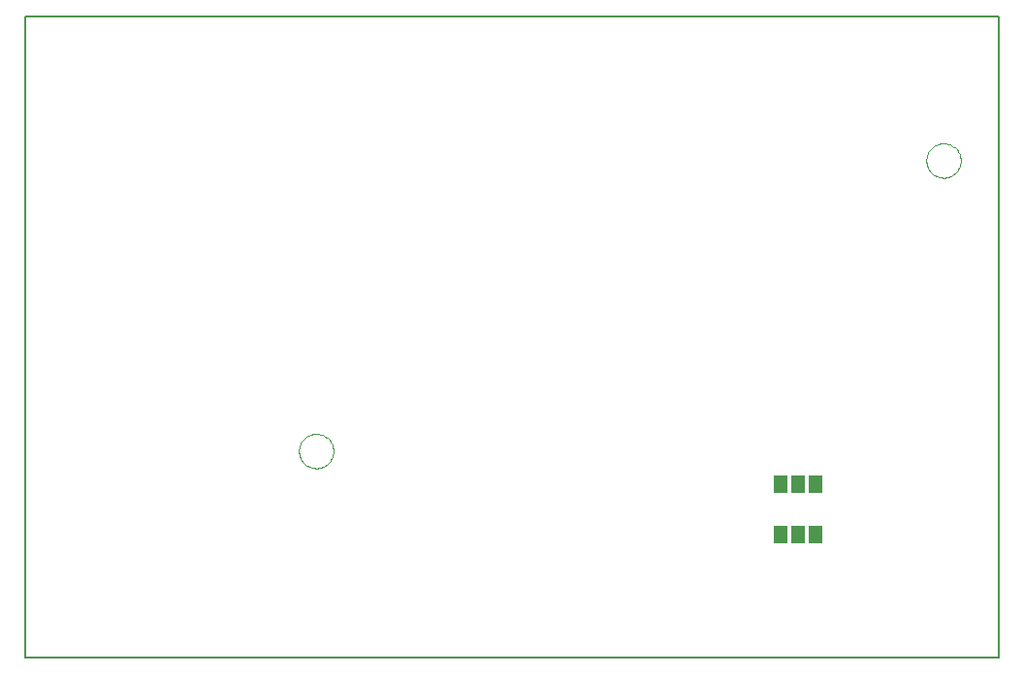
<source format=gbp>
G75*
G70*
%OFA0B0*%
%FSLAX24Y24*%
%IPPOS*%
%LPD*%
%AMOC8*
5,1,8,0,0,1.08239X$1,22.5*
%
%ADD10C,0.0050*%
%ADD11C,0.0000*%
%ADD12R,0.0460X0.0630*%
D10*
X000157Y000401D02*
X000157Y022448D01*
X033622Y022448D01*
X033622Y000401D01*
X000157Y000401D01*
D11*
X009573Y007496D02*
X009575Y007544D01*
X009581Y007592D01*
X009591Y007639D01*
X009604Y007685D01*
X009622Y007730D01*
X009642Y007774D01*
X009667Y007816D01*
X009695Y007855D01*
X009725Y007892D01*
X009759Y007926D01*
X009796Y007958D01*
X009834Y007987D01*
X009875Y008012D01*
X009918Y008034D01*
X009963Y008052D01*
X010009Y008066D01*
X010056Y008077D01*
X010104Y008084D01*
X010152Y008087D01*
X010200Y008086D01*
X010248Y008081D01*
X010296Y008072D01*
X010342Y008060D01*
X010387Y008043D01*
X010431Y008023D01*
X010473Y008000D01*
X010513Y007973D01*
X010551Y007943D01*
X010586Y007910D01*
X010618Y007874D01*
X010648Y007836D01*
X010674Y007795D01*
X010696Y007752D01*
X010716Y007708D01*
X010731Y007663D01*
X010743Y007616D01*
X010751Y007568D01*
X010755Y007520D01*
X010755Y007472D01*
X010751Y007424D01*
X010743Y007376D01*
X010731Y007329D01*
X010716Y007284D01*
X010696Y007240D01*
X010674Y007197D01*
X010648Y007156D01*
X010618Y007118D01*
X010586Y007082D01*
X010551Y007049D01*
X010513Y007019D01*
X010473Y006992D01*
X010431Y006969D01*
X010387Y006949D01*
X010342Y006932D01*
X010296Y006920D01*
X010248Y006911D01*
X010200Y006906D01*
X010152Y006905D01*
X010104Y006908D01*
X010056Y006915D01*
X010009Y006926D01*
X009963Y006940D01*
X009918Y006958D01*
X009875Y006980D01*
X009834Y007005D01*
X009796Y007034D01*
X009759Y007066D01*
X009725Y007100D01*
X009695Y007137D01*
X009667Y007176D01*
X009642Y007218D01*
X009622Y007262D01*
X009604Y007307D01*
X009591Y007353D01*
X009581Y007400D01*
X009575Y007448D01*
X009573Y007496D01*
X031136Y017496D02*
X031138Y017544D01*
X031144Y017592D01*
X031154Y017639D01*
X031167Y017685D01*
X031185Y017730D01*
X031205Y017774D01*
X031230Y017816D01*
X031258Y017855D01*
X031288Y017892D01*
X031322Y017926D01*
X031359Y017958D01*
X031397Y017987D01*
X031438Y018012D01*
X031481Y018034D01*
X031526Y018052D01*
X031572Y018066D01*
X031619Y018077D01*
X031667Y018084D01*
X031715Y018087D01*
X031763Y018086D01*
X031811Y018081D01*
X031859Y018072D01*
X031905Y018060D01*
X031950Y018043D01*
X031994Y018023D01*
X032036Y018000D01*
X032076Y017973D01*
X032114Y017943D01*
X032149Y017910D01*
X032181Y017874D01*
X032211Y017836D01*
X032237Y017795D01*
X032259Y017752D01*
X032279Y017708D01*
X032294Y017663D01*
X032306Y017616D01*
X032314Y017568D01*
X032318Y017520D01*
X032318Y017472D01*
X032314Y017424D01*
X032306Y017376D01*
X032294Y017329D01*
X032279Y017284D01*
X032259Y017240D01*
X032237Y017197D01*
X032211Y017156D01*
X032181Y017118D01*
X032149Y017082D01*
X032114Y017049D01*
X032076Y017019D01*
X032036Y016992D01*
X031994Y016969D01*
X031950Y016949D01*
X031905Y016932D01*
X031859Y016920D01*
X031811Y016911D01*
X031763Y016906D01*
X031715Y016905D01*
X031667Y016908D01*
X031619Y016915D01*
X031572Y016926D01*
X031526Y016940D01*
X031481Y016958D01*
X031438Y016980D01*
X031397Y017005D01*
X031359Y017034D01*
X031322Y017066D01*
X031288Y017100D01*
X031258Y017137D01*
X031230Y017176D01*
X031205Y017218D01*
X031185Y017262D01*
X031167Y017307D01*
X031154Y017353D01*
X031144Y017400D01*
X031138Y017448D01*
X031136Y017496D01*
D12*
X027327Y006371D03*
X026727Y006371D03*
X026127Y006371D03*
X026127Y004621D03*
X026727Y004621D03*
X027327Y004621D03*
M02*

</source>
